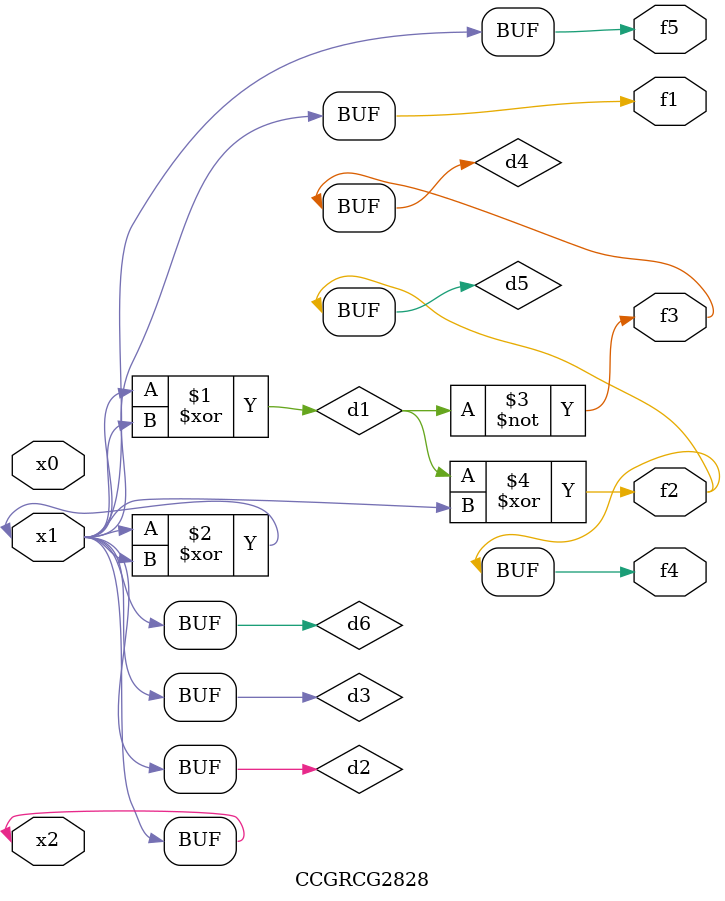
<source format=v>
module CCGRCG2828(
	input x0, x1, x2,
	output f1, f2, f3, f4, f5
);

	wire d1, d2, d3, d4, d5, d6;

	xor (d1, x1, x2);
	buf (d2, x1, x2);
	xor (d3, x1, x2);
	nor (d4, d1);
	xor (d5, d1, d2);
	buf (d6, d2, d3);
	assign f1 = d6;
	assign f2 = d5;
	assign f3 = d4;
	assign f4 = d5;
	assign f5 = d6;
endmodule

</source>
